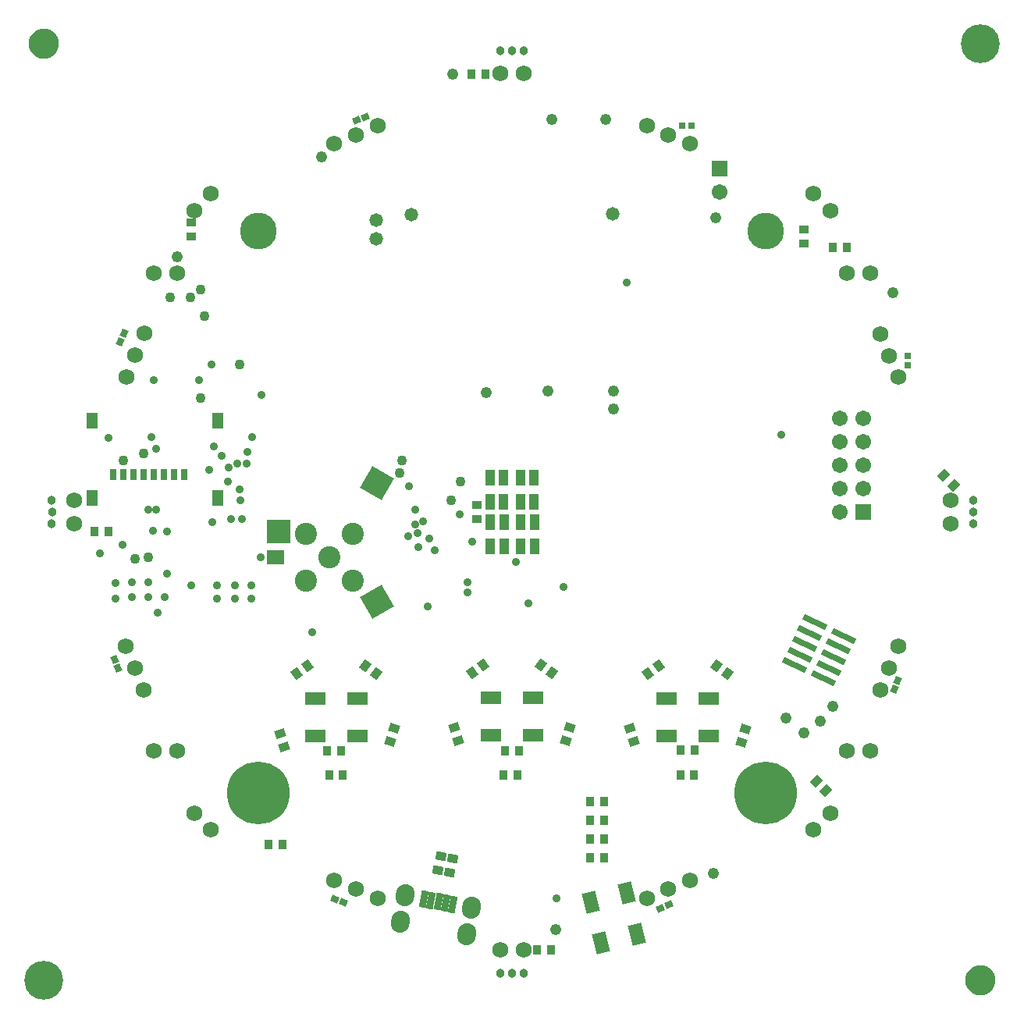
<source format=gts>
%FSLAX25Y25*%
%MOIN*%
G70*
G01*
G75*
G04 Layer_Color=8388736*
%ADD10C,0.01500*%
%ADD11C,0.04000*%
%ADD12R,0.03150X0.05906*%
G04:AMPARAMS|DCode=13|XSize=35.43mil|YSize=27.56mil|CornerRadius=0mil|HoleSize=0mil|Usage=FLASHONLY|Rotation=169.100|XOffset=0mil|YOffset=0mil|HoleType=Round|Shape=Rectangle|*
%AMROTATEDRECTD13*
4,1,4,0.02000,0.01018,0.01479,-0.01688,-0.02000,-0.01018,-0.01479,0.01688,0.02000,0.01018,0.0*
%
%ADD13ROTATEDRECTD13*%

%ADD14R,0.02756X0.03543*%
G04:AMPARAMS|DCode=15|XSize=35.43mil|YSize=27.56mil|CornerRadius=0mil|HoleSize=0mil|Usage=FLASHONLY|Rotation=162.000|XOffset=0mil|YOffset=0mil|HoleType=Round|Shape=Rectangle|*
%AMROTATEDRECTD15*
4,1,4,0.02111,0.00763,0.01259,-0.01858,-0.02111,-0.00763,-0.01259,0.01858,0.02111,0.00763,0.0*
%
%ADD15ROTATEDRECTD15*%

G04:AMPARAMS|DCode=16|XSize=35.43mil|YSize=27.56mil|CornerRadius=0mil|HoleSize=0mil|Usage=FLASHONLY|Rotation=234.000|XOffset=0mil|YOffset=0mil|HoleType=Round|Shape=Rectangle|*
%AMROTATEDRECTD16*
4,1,4,-0.00073,0.02243,0.02156,0.00623,0.00073,-0.02243,-0.02156,-0.00623,-0.00073,0.02243,0.0*
%
%ADD16ROTATEDRECTD16*%

G04:AMPARAMS|DCode=17|XSize=35.43mil|YSize=27.56mil|CornerRadius=0mil|HoleSize=0mil|Usage=FLASHONLY|Rotation=306.000|XOffset=0mil|YOffset=0mil|HoleType=Round|Shape=Rectangle|*
%AMROTATEDRECTD17*
4,1,4,-0.02156,0.00623,0.00073,0.02243,0.02156,-0.00623,-0.00073,-0.02243,-0.02156,0.00623,0.0*
%
%ADD17ROTATEDRECTD17*%

G04:AMPARAMS|DCode=18|XSize=35.43mil|YSize=27.56mil|CornerRadius=0mil|HoleSize=0mil|Usage=FLASHONLY|Rotation=18.000|XOffset=0mil|YOffset=0mil|HoleType=Round|Shape=Rectangle|*
%AMROTATEDRECTD18*
4,1,4,-0.01259,-0.01858,-0.02111,0.00763,0.01259,0.01858,0.02111,-0.00763,-0.01259,-0.01858,0.0*
%
%ADD18ROTATEDRECTD18*%

%ADD19R,0.03543X0.02756*%
%ADD20R,0.08000X0.05000*%
G04:AMPARAMS|DCode=21|XSize=35.43mil|YSize=27.56mil|CornerRadius=0mil|HoleSize=0mil|Usage=FLASHONLY|Rotation=225.000|XOffset=0mil|YOffset=0mil|HoleType=Round|Shape=Rectangle|*
%AMROTATEDRECTD21*
4,1,4,0.00278,0.02227,0.02227,0.00278,-0.00278,-0.02227,-0.02227,-0.00278,0.00278,0.02227,0.0*
%
%ADD21ROTATEDRECTD21*%

G04:AMPARAMS|DCode=22|XSize=19.69mil|YSize=23.62mil|CornerRadius=0mil|HoleSize=0mil|Usage=FLASHONLY|Rotation=337.500|XOffset=0mil|YOffset=0mil|HoleType=Round|Shape=Rectangle|*
%AMROTATEDRECTD22*
4,1,4,-0.01361,-0.00715,-0.00457,0.01468,0.01361,0.00715,0.00457,-0.01468,-0.01361,-0.00715,0.0*
%
%ADD22ROTATEDRECTD22*%

G04:AMPARAMS|DCode=23|XSize=19.69mil|YSize=23.62mil|CornerRadius=0mil|HoleSize=0mil|Usage=FLASHONLY|Rotation=292.500|XOffset=0mil|YOffset=0mil|HoleType=Round|Shape=Rectangle|*
%AMROTATEDRECTD23*
4,1,4,-0.01468,0.00457,0.00715,0.01361,0.01468,-0.00457,-0.00715,-0.01361,-0.01468,0.00457,0.0*
%
%ADD23ROTATEDRECTD23*%

G04:AMPARAMS|DCode=24|XSize=19.69mil|YSize=23.62mil|CornerRadius=0mil|HoleSize=0mil|Usage=FLASHONLY|Rotation=247.500|XOffset=0mil|YOffset=0mil|HoleType=Round|Shape=Rectangle|*
%AMROTATEDRECTD24*
4,1,4,-0.00715,0.01361,0.01468,0.00457,0.00715,-0.01361,-0.01468,-0.00457,-0.00715,0.01361,0.0*
%
%ADD24ROTATEDRECTD24*%

G04:AMPARAMS|DCode=25|XSize=19.69mil|YSize=23.62mil|CornerRadius=0mil|HoleSize=0mil|Usage=FLASHONLY|Rotation=202.500|XOffset=0mil|YOffset=0mil|HoleType=Round|Shape=Rectangle|*
%AMROTATEDRECTD25*
4,1,4,0.00457,0.01468,0.01361,-0.00715,-0.00457,-0.01468,-0.01361,0.00715,0.00457,0.01468,0.0*
%
%ADD25ROTATEDRECTD25*%

%ADD26R,0.02362X0.01969*%
%ADD27R,0.01969X0.02362*%
G04:AMPARAMS|DCode=28|XSize=80mil|YSize=50mil|CornerRadius=0mil|HoleSize=0mil|Usage=FLASHONLY|Rotation=104.000|XOffset=0mil|YOffset=0mil|HoleType=Round|Shape=Rectangle|*
%AMROTATEDRECTD28*
4,1,4,0.03393,-0.03276,-0.01458,-0.04486,-0.03393,0.03276,0.01458,0.04486,0.03393,-0.03276,0.0*
%
%ADD28ROTATEDRECTD28*%

%ADD29R,0.09449X0.09449*%
%ADD30R,0.06850X0.05512*%
%ADD31P,0.13919X4X345.0*%
%ADD32P,0.13919X4X285.0*%
G04:AMPARAMS|DCode=33|XSize=17.32mil|YSize=98.43mil|CornerRadius=0mil|HoleSize=0mil|Usage=FLASHONLY|Rotation=245.000|XOffset=0mil|YOffset=0mil|HoleType=Round|Shape=Rectangle|*
%AMROTATEDRECTD33*
4,1,4,-0.04094,0.02865,0.04826,-0.01295,0.04094,-0.02865,-0.04826,0.01295,-0.04094,0.02865,0.0*
%
%ADD33ROTATEDRECTD33*%

%ADD34R,0.04134X0.05906*%
%ADD35R,0.02362X0.04134*%
G04:AMPARAMS|DCode=36|XSize=64.96mil|YSize=21.65mil|CornerRadius=0mil|HoleSize=0mil|Usage=FLASHONLY|Rotation=259.100|XOffset=0mil|YOffset=0mil|HoleType=Round|Shape=Rectangle|*
%AMROTATEDRECTD36*
4,1,4,-0.00449,0.03394,0.01677,0.02985,0.00449,-0.03394,-0.01677,-0.02985,-0.00449,0.03394,0.0*
%
%ADD36ROTATEDRECTD36*%

%ADD37C,0.00800*%
%ADD38C,0.02500*%
%ADD39C,0.02000*%
%ADD40C,0.01200*%
%ADD41C,0.01000*%
G04:AMPARAMS|DCode=42|XSize=10mil|YSize=50mil|CornerRadius=0mil|HoleSize=0mil|Usage=FLASHONLY|Rotation=216.000|XOffset=0mil|YOffset=0mil|HoleType=Round|Shape=Rectangle|*
%AMROTATEDRECTD42*
4,1,4,-0.01065,0.02316,0.01874,-0.01729,0.01065,-0.02316,-0.01874,0.01729,-0.01065,0.02316,0.0*
%
%ADD42ROTATEDRECTD42*%

G04:AMPARAMS|DCode=43|XSize=10mil|YSize=50mil|CornerRadius=0mil|HoleSize=0mil|Usage=FLASHONLY|Rotation=144.000|XOffset=0mil|YOffset=0mil|HoleType=Round|Shape=Rectangle|*
%AMROTATEDRECTD43*
4,1,4,0.01874,0.01729,-0.01065,-0.02316,-0.01874,-0.01729,0.01065,0.02316,0.01874,0.01729,0.0*
%
%ADD43ROTATEDRECTD43*%

G04:AMPARAMS|DCode=44|XSize=10mil|YSize=50mil|CornerRadius=0mil|HoleSize=0mil|Usage=FLASHONLY|Rotation=288.000|XOffset=0mil|YOffset=0mil|HoleType=Round|Shape=Rectangle|*
%AMROTATEDRECTD44*
4,1,4,-0.02532,-0.00297,0.02223,0.01248,0.02532,0.00297,-0.02223,-0.01248,-0.02532,-0.00297,0.0*
%
%ADD44ROTATEDRECTD44*%

G04:AMPARAMS|DCode=45|XSize=10mil|YSize=50mil|CornerRadius=0mil|HoleSize=0mil|Usage=FLASHONLY|Rotation=72.000|XOffset=0mil|YOffset=0mil|HoleType=Round|Shape=Rectangle|*
%AMROTATEDRECTD45*
4,1,4,0.02223,-0.01248,-0.02532,0.00297,-0.02223,0.01248,0.02532,-0.00297,0.02223,-0.01248,0.0*
%
%ADD45ROTATEDRECTD45*%

%ADD46R,0.01000X0.05000*%
%ADD47C,0.03000*%
%ADD48C,0.15800*%
%ADD49C,0.14900*%
%ADD50C,0.06000*%
%ADD51C,0.26000*%
%ADD52C,0.08661*%
%ADD53C,0.05000*%
%ADD54R,0.05906X0.05906*%
%ADD55C,0.05906*%
G04:AMPARAMS|DCode=56|XSize=86.61mil|YSize=70.87mil|CornerRadius=0mil|HoleSize=0mil|Usage=FLASHONLY|Rotation=79.100|XOffset=0mil|YOffset=0mil|HoleType=Round|Shape=Round|*
%AMOVALD56*
21,1,0.01575,0.07087,0.00000,0.00000,79.1*
1,1,0.07087,-0.00149,-0.00773*
1,1,0.07087,0.00149,0.00773*
%
%ADD56OVALD56*%

%ADD57C,0.03500*%
%ADD58C,0.02700*%
%ADD59C,0.02598*%
%ADD60R,0.06693X0.01378*%
%ADD61R,0.05906X0.02362*%
%ADD62R,0.05512X0.04724*%
%ADD63R,0.03543X0.03150*%
%ADD64R,0.07087X0.04724*%
%ADD65R,0.03150X0.03543*%
%ADD66R,0.08661X0.07480*%
%ADD67O,0.01496X0.06299*%
%ADD68R,0.03937X0.04429*%
%ADD69R,0.06299X0.05118*%
%ADD70R,0.02913X0.11004*%
%ADD71R,0.04724X0.05512*%
%ADD72R,0.01142X0.06890*%
%ADD73R,0.06890X0.01142*%
%ADD74R,0.06496X0.01142*%
%ADD75R,0.01142X0.06496*%
%ADD76O,0.03347X0.00984*%
%ADD77O,0.00984X0.03347*%
%ADD78R,0.14173X0.14173*%
%ADD79O,0.00984X0.03150*%
%ADD80O,0.03150X0.00984*%
%ADD81R,0.02362X0.05906*%
%ADD82R,0.01732X0.05394*%
%ADD83C,0.02913*%
%ADD84C,0.02914*%
%ADD85R,0.07500X0.06000*%
%ADD86C,0.00500*%
%ADD87C,0.00787*%
%ADD88C,0.00984*%
%ADD89C,0.01300*%
%ADD90R,0.03950X0.06706*%
%ADD91C,0.04800*%
G04:AMPARAMS|DCode=92|XSize=43.43mil|YSize=35.56mil|CornerRadius=0mil|HoleSize=0mil|Usage=FLASHONLY|Rotation=169.100|XOffset=0mil|YOffset=0mil|HoleType=Round|Shape=Rectangle|*
%AMROTATEDRECTD92*
4,1,4,0.02469,0.01335,0.01796,-0.02157,-0.02469,-0.01335,-0.01796,0.02157,0.02469,0.01335,0.0*
%
%ADD92ROTATEDRECTD92*%

%ADD93R,0.03556X0.04343*%
G04:AMPARAMS|DCode=94|XSize=43.43mil|YSize=35.56mil|CornerRadius=0mil|HoleSize=0mil|Usage=FLASHONLY|Rotation=162.000|XOffset=0mil|YOffset=0mil|HoleType=Round|Shape=Rectangle|*
%AMROTATEDRECTD94*
4,1,4,0.02615,0.01020,0.01516,-0.02362,-0.02615,-0.01020,-0.01516,0.02362,0.02615,0.01020,0.0*
%
%ADD94ROTATEDRECTD94*%

G04:AMPARAMS|DCode=95|XSize=43.43mil|YSize=35.56mil|CornerRadius=0mil|HoleSize=0mil|Usage=FLASHONLY|Rotation=234.000|XOffset=0mil|YOffset=0mil|HoleType=Round|Shape=Rectangle|*
%AMROTATEDRECTD95*
4,1,4,-0.00162,0.02802,0.02715,0.00712,0.00162,-0.02802,-0.02715,-0.00712,-0.00162,0.02802,0.0*
%
%ADD95ROTATEDRECTD95*%

G04:AMPARAMS|DCode=96|XSize=43.43mil|YSize=35.56mil|CornerRadius=0mil|HoleSize=0mil|Usage=FLASHONLY|Rotation=306.000|XOffset=0mil|YOffset=0mil|HoleType=Round|Shape=Rectangle|*
%AMROTATEDRECTD96*
4,1,4,-0.02715,0.00712,0.00162,0.02802,0.02715,-0.00712,-0.00162,-0.02802,-0.02715,0.00712,0.0*
%
%ADD96ROTATEDRECTD96*%

G04:AMPARAMS|DCode=97|XSize=43.43mil|YSize=35.56mil|CornerRadius=0mil|HoleSize=0mil|Usage=FLASHONLY|Rotation=18.000|XOffset=0mil|YOffset=0mil|HoleType=Round|Shape=Rectangle|*
%AMROTATEDRECTD97*
4,1,4,-0.01516,-0.02362,-0.02615,0.01020,0.01516,0.02362,0.02615,-0.01020,-0.01516,-0.02362,0.0*
%
%ADD97ROTATEDRECTD97*%

%ADD98R,0.04343X0.03556*%
%ADD99R,0.08800X0.05800*%
G04:AMPARAMS|DCode=100|XSize=43.43mil|YSize=35.56mil|CornerRadius=0mil|HoleSize=0mil|Usage=FLASHONLY|Rotation=225.000|XOffset=0mil|YOffset=0mil|HoleType=Round|Shape=Rectangle|*
%AMROTATEDRECTD100*
4,1,4,0.00278,0.02793,0.02793,0.00278,-0.00278,-0.02793,-0.02793,-0.00278,0.00278,0.02793,0.0*
%
%ADD100ROTATEDRECTD100*%

G04:AMPARAMS|DCode=101|XSize=27.69mil|YSize=31.62mil|CornerRadius=0mil|HoleSize=0mil|Usage=FLASHONLY|Rotation=337.500|XOffset=0mil|YOffset=0mil|HoleType=Round|Shape=Rectangle|*
%AMROTATEDRECTD101*
4,1,4,-0.01884,-0.00931,-0.00674,0.01991,0.01884,0.00931,0.00674,-0.01991,-0.01884,-0.00931,0.0*
%
%ADD101ROTATEDRECTD101*%

G04:AMPARAMS|DCode=102|XSize=27.69mil|YSize=31.62mil|CornerRadius=0mil|HoleSize=0mil|Usage=FLASHONLY|Rotation=292.500|XOffset=0mil|YOffset=0mil|HoleType=Round|Shape=Rectangle|*
%AMROTATEDRECTD102*
4,1,4,-0.01991,0.00674,0.00931,0.01884,0.01991,-0.00674,-0.00931,-0.01884,-0.01991,0.00674,0.0*
%
%ADD102ROTATEDRECTD102*%

G04:AMPARAMS|DCode=103|XSize=27.69mil|YSize=31.62mil|CornerRadius=0mil|HoleSize=0mil|Usage=FLASHONLY|Rotation=247.500|XOffset=0mil|YOffset=0mil|HoleType=Round|Shape=Rectangle|*
%AMROTATEDRECTD103*
4,1,4,-0.00931,0.01884,0.01991,0.00674,0.00931,-0.01884,-0.01991,-0.00674,-0.00931,0.01884,0.0*
%
%ADD103ROTATEDRECTD103*%

G04:AMPARAMS|DCode=104|XSize=27.69mil|YSize=31.62mil|CornerRadius=0mil|HoleSize=0mil|Usage=FLASHONLY|Rotation=202.500|XOffset=0mil|YOffset=0mil|HoleType=Round|Shape=Rectangle|*
%AMROTATEDRECTD104*
4,1,4,0.00674,0.01991,0.01884,-0.00931,-0.00674,-0.01991,-0.01884,0.00931,0.00674,0.01991,0.0*
%
%ADD104ROTATEDRECTD104*%

%ADD105R,0.03162X0.02769*%
%ADD106R,0.02769X0.03162*%
G04:AMPARAMS|DCode=107|XSize=88mil|YSize=58mil|CornerRadius=0mil|HoleSize=0mil|Usage=FLASHONLY|Rotation=104.000|XOffset=0mil|YOffset=0mil|HoleType=Round|Shape=Rectangle|*
%AMROTATEDRECTD107*
4,1,4,0.03878,-0.03568,-0.01749,-0.04971,-0.03878,0.03568,0.01749,0.04971,0.03878,-0.03568,0.0*
%
%ADD107ROTATEDRECTD107*%

%ADD108R,0.10249X0.10249*%
%ADD109R,0.07650X0.06312*%
%ADD110P,0.15051X4X345.0*%
%ADD111P,0.15051X4X285.0*%
G04:AMPARAMS|DCode=112|XSize=25.32mil|YSize=106.42mil|CornerRadius=0mil|HoleSize=0mil|Usage=FLASHONLY|Rotation=245.000|XOffset=0mil|YOffset=0mil|HoleType=Round|Shape=Rectangle|*
%AMROTATEDRECTD112*
4,1,4,-0.04288,0.03396,0.05358,-0.01101,0.04288,-0.03396,-0.05358,0.01101,-0.04288,0.03396,0.0*
%
%ADD112ROTATEDRECTD112*%

%ADD113R,0.04934X0.06706*%
%ADD114R,0.03162X0.04934*%
G04:AMPARAMS|DCode=115|XSize=72.96mil|YSize=29.65mil|CornerRadius=0mil|HoleSize=0mil|Usage=FLASHONLY|Rotation=259.100|XOffset=0mil|YOffset=0mil|HoleType=Round|Shape=Rectangle|*
%AMROTATEDRECTD115*
4,1,4,-0.00766,0.03863,0.02146,0.03302,0.00766,-0.03863,-0.02146,-0.03302,-0.00766,0.03863,0.0*
%
%ADD115ROTATEDRECTD115*%

%ADD116C,0.03800*%
%ADD117C,0.16600*%
%ADD118C,0.15700*%
%ADD119C,0.06800*%
%ADD120C,0.26800*%
%ADD121C,0.09461*%
%ADD122C,0.05800*%
%ADD123R,0.06706X0.06706*%
%ADD124C,0.06706*%
G04:AMPARAMS|DCode=125|XSize=94.61mil|YSize=78.87mil|CornerRadius=0mil|HoleSize=0mil|Usage=FLASHONLY|Rotation=79.100|XOffset=0mil|YOffset=0mil|HoleType=Round|Shape=Round|*
%AMOVALD125*
21,1,0.01575,0.07887,0.00000,0.00000,79.1*
1,1,0.07887,-0.00149,-0.00773*
1,1,0.07887,0.00149,0.00773*
%
%ADD125OVALD125*%

%ADD126C,0.04300*%
G36*
X601255Y206307D02*
X602461Y205941D01*
X603573Y205347D01*
X604547Y204547D01*
X605347Y203573D01*
X605941Y202461D01*
X606307Y201255D01*
X606431Y200000D01*
X606307Y198745D01*
X605941Y197539D01*
X605347Y196427D01*
X604547Y195453D01*
X603573Y194653D01*
X602461Y194059D01*
X601255Y193693D01*
X600000Y193569D01*
X598745Y193693D01*
X597539Y194059D01*
X596427Y194653D01*
X595453Y195453D01*
X594653Y196427D01*
X594059Y197539D01*
X593693Y198745D01*
X593569Y200000D01*
X593693Y201255D01*
X594059Y202461D01*
X594653Y203573D01*
X595453Y204547D01*
X596427Y205347D01*
X597539Y205941D01*
X598745Y206307D01*
X600000Y206431D01*
X601255Y206307D01*
D02*
G37*
G36*
X201255Y606307D02*
X202461Y605941D01*
X203573Y605347D01*
X204547Y604547D01*
X205347Y603573D01*
X205941Y602461D01*
X206307Y601255D01*
X206431Y600000D01*
X206307Y598745D01*
X205941Y597539D01*
X205347Y596427D01*
X204547Y595453D01*
X203573Y594653D01*
X202461Y594059D01*
X201255Y593693D01*
X200000Y593569D01*
X198745Y593693D01*
X197539Y594059D01*
X196427Y594653D01*
X195453Y595453D01*
X194653Y596427D01*
X194059Y597539D01*
X193693Y598745D01*
X193569Y600000D01*
X193693Y601255D01*
X194059Y602461D01*
X194653Y603573D01*
X195453Y604547D01*
X196427Y605347D01*
X197539Y605941D01*
X198745Y606307D01*
X200000Y606431D01*
X201255Y606307D01*
D02*
G37*
D57*
X270500Y417819D02*
D03*
X244500Y401000D02*
D03*
X288500Y363000D02*
D03*
X281500D02*
D03*
X274000D02*
D03*
X288500Y368500D02*
D03*
X230500Y369500D02*
D03*
X230750Y363000D02*
D03*
X244750Y363500D02*
D03*
X237750D02*
D03*
X251500D02*
D03*
X284500Y397000D02*
D03*
X280000D02*
D03*
X272000Y395500D02*
D03*
X281500Y368500D02*
D03*
X274000D02*
D03*
X244500Y370000D02*
D03*
X237500D02*
D03*
X252500Y391500D02*
D03*
X246500Y392000D02*
D03*
X233500Y386000D02*
D03*
X224014Y382249D02*
D03*
X246950Y456400D02*
D03*
X252500Y373500D02*
D03*
X364000Y359500D02*
D03*
X367000Y383713D02*
D03*
X364500Y388500D02*
D03*
X245975Y431975D02*
D03*
X227500Y431500D02*
D03*
X278500Y413000D02*
D03*
X271600Y463000D02*
D03*
X248500Y357000D02*
D03*
X381000Y370000D02*
D03*
X382809Y387191D02*
D03*
X422000Y368000D02*
D03*
X401500Y378500D02*
D03*
X407000Y361000D02*
D03*
X377500Y399000D02*
D03*
X360000Y385000D02*
D03*
X355500Y389500D02*
D03*
X359500Y391000D02*
D03*
X358500Y394500D02*
D03*
X362000Y396000D02*
D03*
X358500Y401000D02*
D03*
X381000Y365500D02*
D03*
X283500Y409500D02*
D03*
X279000Y419000D02*
D03*
X282500Y420500D02*
D03*
X286500D02*
D03*
X276000Y424000D02*
D03*
X287000Y425500D02*
D03*
X272772Y428000D02*
D03*
X289000Y432000D02*
D03*
X284000Y405000D02*
D03*
X266200Y456200D02*
D03*
X314500Y348500D02*
D03*
X356000Y411000D02*
D03*
X248000Y427000D02*
D03*
Y401000D02*
D03*
X263000Y368500D02*
D03*
X292500Y380500D02*
D03*
X293000Y450000D02*
D03*
X515000Y433000D02*
D03*
X419000Y235000D02*
D03*
X449000Y498000D02*
D03*
D90*
X396406Y414618D02*
D03*
Y404382D02*
D03*
X390500D02*
D03*
Y414618D02*
D03*
X403594Y385382D02*
D03*
Y395618D02*
D03*
X409500D02*
D03*
Y385382D02*
D03*
X409406Y414618D02*
D03*
Y404382D02*
D03*
X403500D02*
D03*
Y414618D02*
D03*
X390595Y385382D02*
D03*
Y395618D02*
D03*
X396500D02*
D03*
Y385382D02*
D03*
D91*
X257000Y509000D02*
D03*
X562500Y493500D02*
D03*
X374500Y587000D02*
D03*
X486000Y245500D02*
D03*
X318500Y551500D02*
D03*
X524500Y305500D02*
D03*
X531500Y310500D02*
D03*
X487000Y525500D02*
D03*
X443300Y444100D02*
D03*
Y451600D02*
D03*
X415400Y451500D02*
D03*
X389000Y451000D02*
D03*
X537000Y317000D02*
D03*
X517000Y312000D02*
D03*
X440000Y567500D02*
D03*
X417000D02*
D03*
X418500Y221500D02*
D03*
D92*
X374558Y251900D02*
D03*
X373442Y246100D02*
D03*
X369558Y252900D02*
D03*
X368442Y247100D02*
D03*
D93*
X433447Y252400D02*
D03*
X439353Y252400D02*
D03*
X396447Y287500D02*
D03*
X402353D02*
D03*
X326953Y297900D02*
D03*
X321047D02*
D03*
X416453Y213000D02*
D03*
X410547D02*
D03*
X301953Y258000D02*
D03*
X296047D02*
D03*
X382547Y587000D02*
D03*
X388453D02*
D03*
X471847Y287500D02*
D03*
X477753D02*
D03*
X433447Y276400D02*
D03*
X439353D02*
D03*
X321847Y287500D02*
D03*
X327753D02*
D03*
X542953Y513000D02*
D03*
X537047D02*
D03*
X433447Y268400D02*
D03*
X439353Y268400D02*
D03*
X472047Y298400D02*
D03*
X477953D02*
D03*
X397047Y298000D02*
D03*
X402953D02*
D03*
X433447Y260400D02*
D03*
X439353D02*
D03*
X227453Y391500D02*
D03*
X221547D02*
D03*
D94*
X422887Y302192D02*
D03*
X424712Y307808D02*
D03*
X497887Y301692D02*
D03*
X499712Y307308D02*
D03*
X347888Y301892D02*
D03*
X349712Y307508D02*
D03*
D95*
X417089Y331164D02*
D03*
X412311Y334636D02*
D03*
X492089Y330864D02*
D03*
X487311Y334336D02*
D03*
X342089Y330864D02*
D03*
X337311Y334336D02*
D03*
D96*
X387689Y334636D02*
D03*
X382911Y331164D02*
D03*
X462689Y334336D02*
D03*
X457911Y330864D02*
D03*
X312689Y334336D02*
D03*
X307911Y330864D02*
D03*
D97*
X375287Y307808D02*
D03*
X377112Y302192D02*
D03*
X450287Y307508D02*
D03*
X452112Y301892D02*
D03*
X300888Y305308D02*
D03*
X302712Y299692D02*
D03*
D98*
X385000Y397047D02*
D03*
Y402953D02*
D03*
X524500Y514547D02*
D03*
X524500Y520453D02*
D03*
X263000Y517547D02*
D03*
X263000Y523453D02*
D03*
D99*
X466000Y304400D02*
D03*
Y320400D02*
D03*
X484000Y304400D02*
D03*
Y320400D02*
D03*
X316000Y304400D02*
D03*
Y320400D02*
D03*
X334000Y304400D02*
D03*
Y320400D02*
D03*
X391000Y304700D02*
D03*
Y320700D02*
D03*
X409000Y304700D02*
D03*
Y320700D02*
D03*
D100*
X584412Y415588D02*
D03*
X588588Y411412D02*
D03*
X529912Y285088D02*
D03*
X534088Y280912D02*
D03*
D101*
X564753Y327819D02*
D03*
X563247Y324182D02*
D03*
X232747Y472682D02*
D03*
X234253Y476319D02*
D03*
D102*
X466819Y232253D02*
D03*
X463181Y230747D02*
D03*
X333681Y567247D02*
D03*
X337318Y568753D02*
D03*
D103*
X327818Y233247D02*
D03*
X324181Y234753D02*
D03*
D104*
X231753Y333181D02*
D03*
X230247Y336819D02*
D03*
D105*
X472532Y565000D02*
D03*
X476469D02*
D03*
D106*
X569000Y466469D02*
D03*
Y462531D02*
D03*
D107*
X453440Y219703D02*
D03*
X437915Y215832D02*
D03*
X449085Y237168D02*
D03*
X433560Y233297D02*
D03*
D108*
X300138Y391724D02*
D03*
D109*
X298839Y380500D02*
D03*
D110*
X342146Y361634D02*
D03*
D111*
Y412366D02*
D03*
D112*
X537273Y337922D02*
D03*
X539403Y342489D02*
D03*
X541532Y347056D02*
D03*
X535143Y333354D02*
D03*
X533013Y328787D02*
D03*
X520668Y334544D02*
D03*
X522797Y339111D02*
D03*
X529187Y352813D02*
D03*
X527057Y348246D02*
D03*
X524927Y343678D02*
D03*
D113*
X220728Y439008D02*
D03*
X274272D02*
D03*
Y405937D02*
D03*
X220728D02*
D03*
D114*
X255649Y415898D02*
D03*
X259980D02*
D03*
X246988D02*
D03*
X251319D02*
D03*
X238327D02*
D03*
X242657Y415898D02*
D03*
X233996Y415898D02*
D03*
X229665D02*
D03*
D115*
X374686Y232309D02*
D03*
X371593Y232904D02*
D03*
X368500Y233500D02*
D03*
X365407Y234096D02*
D03*
X362314Y234691D02*
D03*
D116*
X597000Y395000D02*
D03*
Y400000D02*
D03*
Y405000D02*
D03*
X395000Y597000D02*
D03*
X400000D02*
D03*
X405000D02*
D03*
X203400Y395000D02*
D03*
X203500Y400000D02*
D03*
X203400Y405000D02*
D03*
X405000Y203100D02*
D03*
X400000Y203000D02*
D03*
X395000Y203100D02*
D03*
D117*
X200000Y200000D02*
D03*
X600000Y600000D02*
D03*
D118*
X291700Y520100D02*
D03*
X508300D02*
D03*
D119*
X271236Y264164D02*
D03*
X264164Y271236D02*
D03*
Y528764D02*
D03*
X271236Y535836D02*
D03*
X405000Y212800D02*
D03*
X395000D02*
D03*
X235173Y457761D02*
D03*
X239000Y467000D02*
D03*
X242827Y476239D02*
D03*
X242727Y324061D02*
D03*
X238900Y333300D02*
D03*
X235073Y342539D02*
D03*
X333300Y238900D02*
D03*
X324061Y242727D02*
D03*
X342539Y235073D02*
D03*
X475939Y242727D02*
D03*
X466700Y238900D02*
D03*
X457461Y235073D02*
D03*
X564927Y342539D02*
D03*
X561100Y333300D02*
D03*
X557273Y324061D02*
D03*
Y475939D02*
D03*
X561100Y466700D02*
D03*
X564927Y457461D02*
D03*
X457461Y564927D02*
D03*
X466700Y561100D02*
D03*
X475939Y557273D02*
D03*
X395000Y587200D02*
D03*
X405000D02*
D03*
X535836Y271236D02*
D03*
X528764Y264164D02*
D03*
X587200Y405000D02*
D03*
Y395000D02*
D03*
X528764Y535836D02*
D03*
X535836Y528764D02*
D03*
X247000Y502000D02*
D03*
X257000D02*
D03*
X553000D02*
D03*
X543000D02*
D03*
X247000Y298000D02*
D03*
X257000D02*
D03*
X324061Y557273D02*
D03*
X333300Y561100D02*
D03*
X342539Y564927D02*
D03*
X212800Y395000D02*
D03*
Y405000D02*
D03*
X543000Y298000D02*
D03*
X553000D02*
D03*
D120*
X291700Y279900D02*
D03*
X508300D02*
D03*
D121*
X312000Y390500D02*
D03*
Y370500D02*
D03*
X332000D02*
D03*
X322006Y380540D02*
D03*
X332000Y390500D02*
D03*
D122*
X341800Y516600D02*
D03*
Y524600D02*
D03*
X443000Y527300D02*
D03*
X356900Y527000D02*
D03*
D123*
X488500Y546500D02*
D03*
X550000Y400000D02*
D03*
D124*
X488500Y536500D02*
D03*
X540000Y400000D02*
D03*
X550000Y410000D02*
D03*
X540000D02*
D03*
X550000Y420000D02*
D03*
X540000D02*
D03*
X550000Y430000D02*
D03*
X540000D02*
D03*
X550000Y440000D02*
D03*
X540000D02*
D03*
D125*
X382611Y230783D02*
D03*
X380452Y219571D02*
D03*
X352230Y225006D02*
D03*
X354389Y236217D02*
D03*
D126*
X378000Y413000D02*
D03*
X242500Y425000D02*
D03*
X374000Y405000D02*
D03*
X239000Y380000D02*
D03*
X244500Y380500D02*
D03*
X267000Y448500D02*
D03*
X234000Y422000D02*
D03*
X254000Y491500D02*
D03*
X262500D02*
D03*
X267000Y495000D02*
D03*
X352000Y416500D02*
D03*
X353000Y422000D02*
D03*
X268500Y483500D02*
D03*
X283453Y462953D02*
D03*
M02*

</source>
